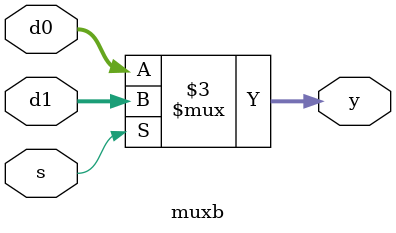
<source format=v>
`timescale 1ns / 1ps

module muxb(d1, d0, s, y);
input [3:0]    d1, d0; 
input          s;
output [3:0]  y;
reg    [3:0]  y;

always@(d1 or d0 or s)
begin
   if (s)  y = d1;
   else   y = d0;
end

endmodule

</source>
